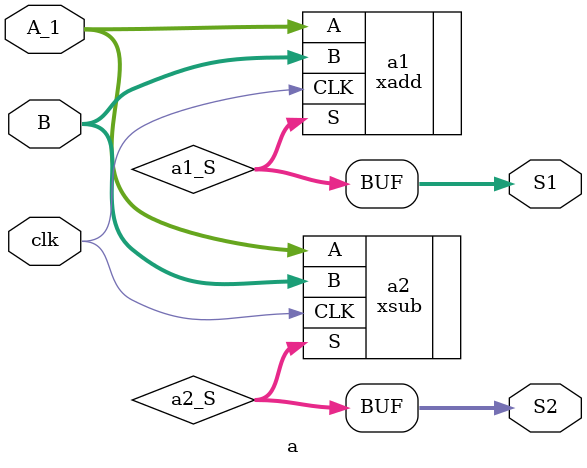
<source format=v>



module a (
  input      [7:0]    A_1,
  input      [7:0]    B,
  output     [7:0]    S1,
  output     [7:0]    S2,
  input               clk
);
  wire       [7:0]    a1_S;
  wire       [7:0]    a2_S;

  xadd a1 (
    .A      (A_1   ), //i
    .B      (B     ), //i
    .S      (a1_S  ), //o
    .CLK    (clk   )  //i
  );
  //It's correct
  xsub a2 (
    .A      (A_1   ), //i
    .B      (B     ), //i
    .S      (a2_S  ), //o
    .CLK    (clk   )  //i
  );
  assign S1 = a1_S;
  assign S2 = a2_S;

endmodule

</source>
